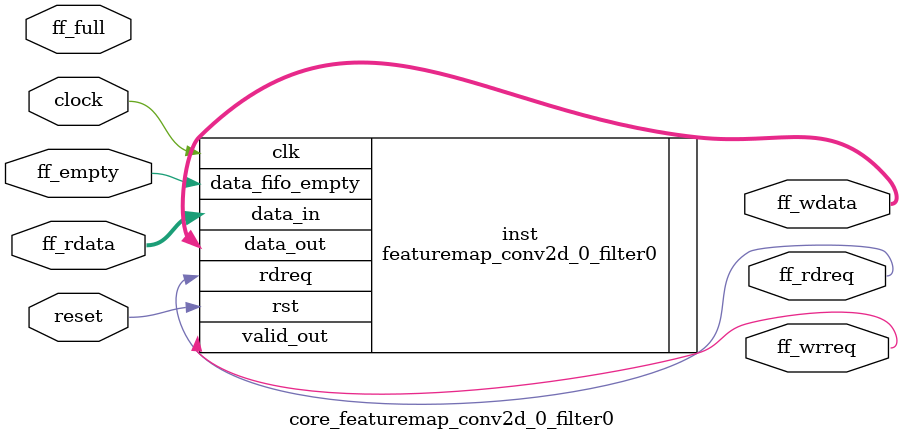
<source format=v>
module core_featuremap_conv2d_0_filter0 (
    clock,
    reset,
    // FIFO READ
    ff_rdata,
    ff_rdreq,
    ff_empty,
    // FIFO WRITE
    ff_wdata,
    ff_wrreq,
    ff_full
);
//
parameter  DWIDTH = 32;
//
input   clock;
input   reset;
// FIFO READ
input [DWIDTH*3-1:0] ff_rdata;
output               ff_rdreq;
input                ff_empty;
// FIFO WRITE
output [DWIDTH-1:0]   ff_wdata;
output                ff_wrreq;
input                 ff_full;
//

featuremap_conv2d_0_filter0 inst(
    .clk(clock),
    .rst(reset), 

    .data_in(ff_rdata),
    .data_fifo_empty(ff_empty),

    .data_out(ff_wdata),
    .valid_out(ff_wrreq),
    .rdreq(ff_rdreq)
);

endmodule
</source>
